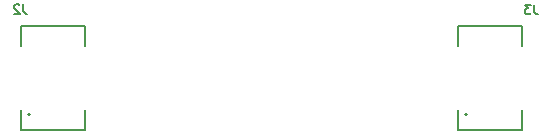
<source format=gbo>
G04 #@! TF.GenerationSoftware,KiCad,Pcbnew,7.0.5-0*
G04 #@! TF.CreationDate,2023-09-26T15:14:25-04:00*
G04 #@! TF.ProjectId,PowerPack,506f7765-7250-4616-936b-2e6b69636164,rev?*
G04 #@! TF.SameCoordinates,Original*
G04 #@! TF.FileFunction,Legend,Bot*
G04 #@! TF.FilePolarity,Positive*
%FSLAX46Y46*%
G04 Gerber Fmt 4.6, Leading zero omitted, Abs format (unit mm)*
G04 Created by KiCad (PCBNEW 7.0.5-0) date 2023-09-26 15:14:25*
%MOMM*%
%LPD*%
G01*
G04 APERTURE LIST*
%ADD10C,0.150000*%
%ADD11C,0.152400*%
%ADD12C,0.160000*%
%ADD13C,2.000000*%
%ADD14C,1.400000*%
%ADD15R,3.500000X3.500000*%
%ADD16C,3.500000*%
%ADD17R,1.800000X0.250000*%
G04 APERTURE END LIST*
D10*
X140766666Y-56812295D02*
X140766666Y-57383723D01*
X140766666Y-57383723D02*
X140804761Y-57498009D01*
X140804761Y-57498009D02*
X140880952Y-57574200D01*
X140880952Y-57574200D02*
X140995237Y-57612295D01*
X140995237Y-57612295D02*
X141071428Y-57612295D01*
X140461904Y-56812295D02*
X139966666Y-56812295D01*
X139966666Y-56812295D02*
X140233332Y-57117057D01*
X140233332Y-57117057D02*
X140119047Y-57117057D01*
X140119047Y-57117057D02*
X140042856Y-57155152D01*
X140042856Y-57155152D02*
X140004761Y-57193247D01*
X140004761Y-57193247D02*
X139966666Y-57269438D01*
X139966666Y-57269438D02*
X139966666Y-57459914D01*
X139966666Y-57459914D02*
X140004761Y-57536104D01*
X140004761Y-57536104D02*
X140042856Y-57574200D01*
X140042856Y-57574200D02*
X140119047Y-57612295D01*
X140119047Y-57612295D02*
X140347618Y-57612295D01*
X140347618Y-57612295D02*
X140423809Y-57574200D01*
X140423809Y-57574200D02*
X140461904Y-57536104D01*
X97516666Y-56762295D02*
X97516666Y-57333723D01*
X97516666Y-57333723D02*
X97554761Y-57448009D01*
X97554761Y-57448009D02*
X97630952Y-57524200D01*
X97630952Y-57524200D02*
X97745237Y-57562295D01*
X97745237Y-57562295D02*
X97821428Y-57562295D01*
X97173809Y-56838485D02*
X97135713Y-56800390D01*
X97135713Y-56800390D02*
X97059523Y-56762295D01*
X97059523Y-56762295D02*
X96869047Y-56762295D01*
X96869047Y-56762295D02*
X96792856Y-56800390D01*
X96792856Y-56800390D02*
X96754761Y-56838485D01*
X96754761Y-56838485D02*
X96716666Y-56914676D01*
X96716666Y-56914676D02*
X96716666Y-56990866D01*
X96716666Y-56990866D02*
X96754761Y-57105152D01*
X96754761Y-57105152D02*
X97211904Y-57562295D01*
X97211904Y-57562295D02*
X96716666Y-57562295D01*
D11*
X134300000Y-67399991D02*
X134300000Y-65695041D01*
X139700000Y-67399991D02*
X134300000Y-67399991D01*
X139700000Y-65695041D02*
X139700000Y-67399991D01*
X134300000Y-60304959D02*
X134300000Y-58600009D01*
X134300000Y-58600009D02*
X139700000Y-58600009D01*
X139700000Y-58600009D02*
X139700000Y-60304959D01*
D12*
X135080000Y-66100000D02*
G75*
G03*
X135080000Y-66100000I-80000J0D01*
G01*
D11*
X97300000Y-67399991D02*
X97300000Y-65695041D01*
X102700000Y-67399991D02*
X97300000Y-67399991D01*
X102700000Y-65695041D02*
X102700000Y-67399991D01*
X97300000Y-60304959D02*
X97300000Y-58600009D01*
X97300000Y-58600009D02*
X102700000Y-58600009D01*
X102700000Y-58600009D02*
X102700000Y-60304959D01*
D12*
X98080000Y-66100000D02*
G75*
G03*
X98080000Y-66100000I-80000J0D01*
G01*
%LPC*%
D13*
X138500000Y-70750000D03*
X132750000Y-52750000D03*
D14*
X113000000Y-43575000D03*
X124000000Y-43575000D03*
D15*
X121000000Y-53575000D03*
D16*
X116000000Y-53575000D03*
D13*
X98200000Y-53000000D03*
X99300000Y-69800000D03*
D17*
X135000001Y-65250001D03*
X135000001Y-64750002D03*
X135000001Y-64250000D03*
X135000001Y-63750001D03*
X135000001Y-63250000D03*
X135000001Y-62750000D03*
X135000001Y-62250002D03*
X135000001Y-61750000D03*
X135000001Y-61250001D03*
X135000001Y-60749999D03*
X139000001Y-65250001D03*
X139000001Y-64750002D03*
X139000001Y-64250000D03*
X139000001Y-63750001D03*
X139000001Y-63250000D03*
X139000001Y-62750000D03*
X139000001Y-62250002D03*
X139000001Y-61750000D03*
X139000001Y-61250001D03*
X139000001Y-60749999D03*
X98000001Y-65250001D03*
X98000001Y-64750002D03*
X98000001Y-64250000D03*
X98000001Y-63750001D03*
X98000001Y-63250000D03*
X98000001Y-62750000D03*
X98000001Y-62250002D03*
X98000001Y-61750000D03*
X98000001Y-61250001D03*
X98000001Y-60749999D03*
X102000001Y-65250001D03*
X102000001Y-64750002D03*
X102000001Y-64250000D03*
X102000001Y-63750001D03*
X102000001Y-63250000D03*
X102000001Y-62750000D03*
X102000001Y-62250002D03*
X102000001Y-61750000D03*
X102000001Y-61250001D03*
X102000001Y-60749999D03*
%LPD*%
M02*

</source>
